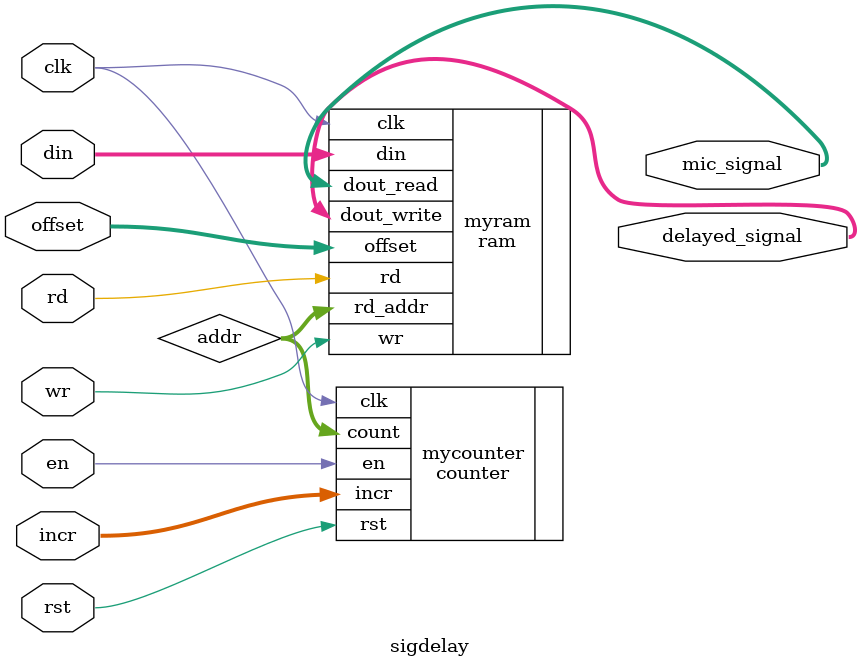
<source format=sv>
module sigdelay #(
    parameter WIDTH = 8,
    ADDRESS_WIDTH = 8,
    DATA_WIDTH = 8
)(
    input logic clk,
    input logic en,
    input logic rst,
    input logic [WIDTH-1:0] incr,
    input logic wr,
    input logic rd,
    input logic [ADDRESS_WIDTH-1:0] offset,
    input logic [DATA_WIDTH-1:0] din,
    output logic [DATA_WIDTH-1:0] mic_signal,
    output logic [DATA_WIDTH-1:0] delayed_signal
);
 
    logic  [ADDRESS_WIDTH-1:0]      addr;

counter mycounter(
  .clk (clk),
  .rst (rst),
  .en (en),
  .count (addr),
  .incr (incr)
);



ram myram(
    .clk (clk),
    .rd_addr (addr),
    .offset (offset),
    .din (din),
    .rd (rd),
    .wr (wr),
    .dout_read (mic_signal),
    .dout_write(delayed_signal)
);

endmodule

</source>
